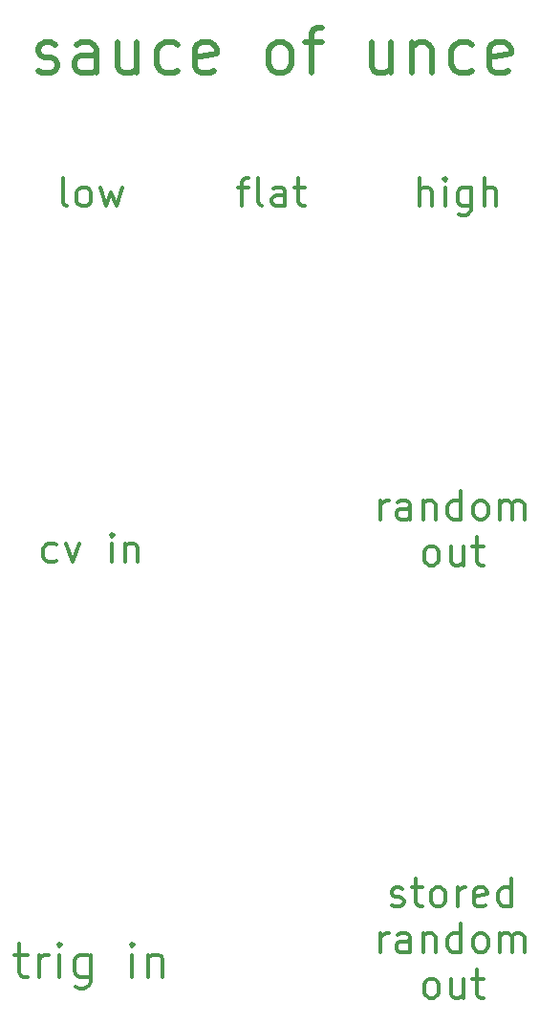
<source format=gbr>
G04 #@! TF.GenerationSoftware,KiCad,Pcbnew,(5.1.5-0)*
G04 #@! TF.CreationDate,2021-01-08T11:38:53-08:00*
G04 #@! TF.ProjectId,sauceofunce,73617563-656f-4667-956e-63652e6b6963,rev?*
G04 #@! TF.SameCoordinates,Original*
G04 #@! TF.FileFunction,Legend,Top*
G04 #@! TF.FilePolarity,Positive*
%FSLAX46Y46*%
G04 Gerber Fmt 4.6, Leading zero omitted, Abs format (unit mm)*
G04 Created by KiCad (PCBNEW (5.1.5-0)) date 2021-01-08 11:38:53*
%MOMM*%
%LPD*%
G04 APERTURE LIST*
%ADD10C,0.300000*%
%ADD11C,0.500000*%
G04 APERTURE END LIST*
D10*
X102464285Y10642857D02*
X103607142Y10642857D01*
X102892857Y11642857D02*
X102892857Y9071428D01*
X103035714Y8785714D01*
X103321428Y8642857D01*
X103607142Y8642857D01*
X104607142Y8642857D02*
X104607142Y10642857D01*
X104607142Y10071428D02*
X104750000Y10357142D01*
X104892857Y10500000D01*
X105178571Y10642857D01*
X105464285Y10642857D01*
X106464285Y8642857D02*
X106464285Y10642857D01*
X106464285Y11642857D02*
X106321428Y11500000D01*
X106464285Y11357142D01*
X106607142Y11500000D01*
X106464285Y11642857D01*
X106464285Y11357142D01*
X109178571Y10642857D02*
X109178571Y8214285D01*
X109035714Y7928571D01*
X108892857Y7785714D01*
X108607142Y7642857D01*
X108178571Y7642857D01*
X107892857Y7785714D01*
X109178571Y8785714D02*
X108892857Y8642857D01*
X108321428Y8642857D01*
X108035714Y8785714D01*
X107892857Y8928571D01*
X107750000Y9214285D01*
X107750000Y10071428D01*
X107892857Y10357142D01*
X108035714Y10500000D01*
X108321428Y10642857D01*
X108892857Y10642857D01*
X109178571Y10500000D01*
X112892857Y8642857D02*
X112892857Y10642857D01*
X112892857Y11642857D02*
X112750000Y11500000D01*
X112892857Y11357142D01*
X113035714Y11500000D01*
X112892857Y11642857D01*
X112892857Y11357142D01*
X114321428Y10642857D02*
X114321428Y8642857D01*
X114321428Y10357142D02*
X114464285Y10500000D01*
X114750000Y10642857D01*
X115178571Y10642857D01*
X115464285Y10500000D01*
X115607142Y10214285D01*
X115607142Y8642857D01*
X135892857Y15038095D02*
X136130952Y14919047D01*
X136607142Y14919047D01*
X136845238Y15038095D01*
X136964285Y15276190D01*
X136964285Y15395238D01*
X136845238Y15633333D01*
X136607142Y15752380D01*
X136250000Y15752380D01*
X136011904Y15871428D01*
X135892857Y16109523D01*
X135892857Y16228571D01*
X136011904Y16466666D01*
X136250000Y16585714D01*
X136607142Y16585714D01*
X136845238Y16466666D01*
X137678571Y16585714D02*
X138630952Y16585714D01*
X138035714Y17419047D02*
X138035714Y15276190D01*
X138154761Y15038095D01*
X138392857Y14919047D01*
X138630952Y14919047D01*
X139821428Y14919047D02*
X139583333Y15038095D01*
X139464285Y15157142D01*
X139345238Y15395238D01*
X139345238Y16109523D01*
X139464285Y16347619D01*
X139583333Y16466666D01*
X139821428Y16585714D01*
X140178571Y16585714D01*
X140416666Y16466666D01*
X140535714Y16347619D01*
X140654761Y16109523D01*
X140654761Y15395238D01*
X140535714Y15157142D01*
X140416666Y15038095D01*
X140178571Y14919047D01*
X139821428Y14919047D01*
X141726190Y14919047D02*
X141726190Y16585714D01*
X141726190Y16109523D02*
X141845238Y16347619D01*
X141964285Y16466666D01*
X142202380Y16585714D01*
X142440476Y16585714D01*
X144226190Y15038095D02*
X143988095Y14919047D01*
X143511904Y14919047D01*
X143273809Y15038095D01*
X143154761Y15276190D01*
X143154761Y16228571D01*
X143273809Y16466666D01*
X143511904Y16585714D01*
X143988095Y16585714D01*
X144226190Y16466666D01*
X144345238Y16228571D01*
X144345238Y15990476D01*
X143154761Y15752380D01*
X146488095Y14919047D02*
X146488095Y17419047D01*
X146488095Y15038095D02*
X146250000Y14919047D01*
X145773809Y14919047D01*
X145535714Y15038095D01*
X145416666Y15157142D01*
X145297619Y15395238D01*
X145297619Y16109523D01*
X145416666Y16347619D01*
X145535714Y16466666D01*
X145773809Y16585714D01*
X146250000Y16585714D01*
X146488095Y16466666D01*
X134880952Y10869047D02*
X134880952Y12535714D01*
X134880952Y12059523D02*
X135000000Y12297619D01*
X135119047Y12416666D01*
X135357142Y12535714D01*
X135595238Y12535714D01*
X137500000Y10869047D02*
X137500000Y12178571D01*
X137380952Y12416666D01*
X137142857Y12535714D01*
X136666666Y12535714D01*
X136428571Y12416666D01*
X137500000Y10988095D02*
X137261904Y10869047D01*
X136666666Y10869047D01*
X136428571Y10988095D01*
X136309523Y11226190D01*
X136309523Y11464285D01*
X136428571Y11702380D01*
X136666666Y11821428D01*
X137261904Y11821428D01*
X137500000Y11940476D01*
X138690476Y12535714D02*
X138690476Y10869047D01*
X138690476Y12297619D02*
X138809523Y12416666D01*
X139047619Y12535714D01*
X139404761Y12535714D01*
X139642857Y12416666D01*
X139761904Y12178571D01*
X139761904Y10869047D01*
X142023809Y10869047D02*
X142023809Y13369047D01*
X142023809Y10988095D02*
X141785714Y10869047D01*
X141309523Y10869047D01*
X141071428Y10988095D01*
X140952380Y11107142D01*
X140833333Y11345238D01*
X140833333Y12059523D01*
X140952380Y12297619D01*
X141071428Y12416666D01*
X141309523Y12535714D01*
X141785714Y12535714D01*
X142023809Y12416666D01*
X143571428Y10869047D02*
X143333333Y10988095D01*
X143214285Y11107142D01*
X143095238Y11345238D01*
X143095238Y12059523D01*
X143214285Y12297619D01*
X143333333Y12416666D01*
X143571428Y12535714D01*
X143928571Y12535714D01*
X144166666Y12416666D01*
X144285714Y12297619D01*
X144404761Y12059523D01*
X144404761Y11345238D01*
X144285714Y11107142D01*
X144166666Y10988095D01*
X143928571Y10869047D01*
X143571428Y10869047D01*
X145476190Y10869047D02*
X145476190Y12535714D01*
X145476190Y12297619D02*
X145595238Y12416666D01*
X145833333Y12535714D01*
X146190476Y12535714D01*
X146428571Y12416666D01*
X146547619Y12178571D01*
X146547619Y10869047D01*
X146547619Y12178571D02*
X146666666Y12416666D01*
X146904761Y12535714D01*
X147261904Y12535714D01*
X147500000Y12416666D01*
X147619047Y12178571D01*
X147619047Y10869047D01*
X139226190Y6819047D02*
X138988095Y6938095D01*
X138869047Y7057142D01*
X138750000Y7295238D01*
X138750000Y8009523D01*
X138869047Y8247619D01*
X138988095Y8366666D01*
X139226190Y8485714D01*
X139583333Y8485714D01*
X139821428Y8366666D01*
X139940476Y8247619D01*
X140059523Y8009523D01*
X140059523Y7295238D01*
X139940476Y7057142D01*
X139821428Y6938095D01*
X139583333Y6819047D01*
X139226190Y6819047D01*
X142202380Y8485714D02*
X142202380Y6819047D01*
X141130952Y8485714D02*
X141130952Y7176190D01*
X141250000Y6938095D01*
X141488095Y6819047D01*
X141845238Y6819047D01*
X142083333Y6938095D01*
X142202380Y7057142D01*
X143035714Y8485714D02*
X143988095Y8485714D01*
X143392857Y9319047D02*
X143392857Y7176190D01*
X143511904Y6938095D01*
X143750000Y6819047D01*
X143988095Y6819047D01*
X106214285Y45488095D02*
X105976190Y45369047D01*
X105500000Y45369047D01*
X105261904Y45488095D01*
X105142857Y45607142D01*
X105023809Y45845238D01*
X105023809Y46559523D01*
X105142857Y46797619D01*
X105261904Y46916666D01*
X105500000Y47035714D01*
X105976190Y47035714D01*
X106214285Y46916666D01*
X107047619Y47035714D02*
X107642857Y45369047D01*
X108238095Y47035714D01*
X111095238Y45369047D02*
X111095238Y47035714D01*
X111095238Y47869047D02*
X110976190Y47750000D01*
X111095238Y47630952D01*
X111214285Y47750000D01*
X111095238Y47869047D01*
X111095238Y47630952D01*
X112285714Y47035714D02*
X112285714Y45369047D01*
X112285714Y46797619D02*
X112404761Y46916666D01*
X112642857Y47035714D01*
X113000000Y47035714D01*
X113238095Y46916666D01*
X113357142Y46678571D01*
X113357142Y45369047D01*
X134880952Y49144047D02*
X134880952Y50810714D01*
X134880952Y50334523D02*
X135000000Y50572619D01*
X135119047Y50691666D01*
X135357142Y50810714D01*
X135595238Y50810714D01*
X137500000Y49144047D02*
X137500000Y50453571D01*
X137380952Y50691666D01*
X137142857Y50810714D01*
X136666666Y50810714D01*
X136428571Y50691666D01*
X137500000Y49263095D02*
X137261904Y49144047D01*
X136666666Y49144047D01*
X136428571Y49263095D01*
X136309523Y49501190D01*
X136309523Y49739285D01*
X136428571Y49977380D01*
X136666666Y50096428D01*
X137261904Y50096428D01*
X137500000Y50215476D01*
X138690476Y50810714D02*
X138690476Y49144047D01*
X138690476Y50572619D02*
X138809523Y50691666D01*
X139047619Y50810714D01*
X139404761Y50810714D01*
X139642857Y50691666D01*
X139761904Y50453571D01*
X139761904Y49144047D01*
X142023809Y49144047D02*
X142023809Y51644047D01*
X142023809Y49263095D02*
X141785714Y49144047D01*
X141309523Y49144047D01*
X141071428Y49263095D01*
X140952380Y49382142D01*
X140833333Y49620238D01*
X140833333Y50334523D01*
X140952380Y50572619D01*
X141071428Y50691666D01*
X141309523Y50810714D01*
X141785714Y50810714D01*
X142023809Y50691666D01*
X143571428Y49144047D02*
X143333333Y49263095D01*
X143214285Y49382142D01*
X143095238Y49620238D01*
X143095238Y50334523D01*
X143214285Y50572619D01*
X143333333Y50691666D01*
X143571428Y50810714D01*
X143928571Y50810714D01*
X144166666Y50691666D01*
X144285714Y50572619D01*
X144404761Y50334523D01*
X144404761Y49620238D01*
X144285714Y49382142D01*
X144166666Y49263095D01*
X143928571Y49144047D01*
X143571428Y49144047D01*
X145476190Y49144047D02*
X145476190Y50810714D01*
X145476190Y50572619D02*
X145595238Y50691666D01*
X145833333Y50810714D01*
X146190476Y50810714D01*
X146428571Y50691666D01*
X146547619Y50453571D01*
X146547619Y49144047D01*
X146547619Y50453571D02*
X146666666Y50691666D01*
X146904761Y50810714D01*
X147261904Y50810714D01*
X147500000Y50691666D01*
X147619047Y50453571D01*
X147619047Y49144047D01*
X139226190Y45094047D02*
X138988095Y45213095D01*
X138869047Y45332142D01*
X138750000Y45570238D01*
X138750000Y46284523D01*
X138869047Y46522619D01*
X138988095Y46641666D01*
X139226190Y46760714D01*
X139583333Y46760714D01*
X139821428Y46641666D01*
X139940476Y46522619D01*
X140059523Y46284523D01*
X140059523Y45570238D01*
X139940476Y45332142D01*
X139821428Y45213095D01*
X139583333Y45094047D01*
X139226190Y45094047D01*
X142202380Y46760714D02*
X142202380Y45094047D01*
X141130952Y46760714D02*
X141130952Y45451190D01*
X141250000Y45213095D01*
X141488095Y45094047D01*
X141845238Y45094047D01*
X142083333Y45213095D01*
X142202380Y45332142D01*
X143035714Y46760714D02*
X143988095Y46760714D01*
X143392857Y47594047D02*
X143392857Y45451190D01*
X143511904Y45213095D01*
X143750000Y45094047D01*
X143988095Y45094047D01*
X138357142Y76869047D02*
X138357142Y79369047D01*
X139428571Y76869047D02*
X139428571Y78178571D01*
X139309523Y78416666D01*
X139071428Y78535714D01*
X138714285Y78535714D01*
X138476190Y78416666D01*
X138357142Y78297619D01*
X140619047Y76869047D02*
X140619047Y78535714D01*
X140619047Y79369047D02*
X140500000Y79250000D01*
X140619047Y79130952D01*
X140738095Y79250000D01*
X140619047Y79369047D01*
X140619047Y79130952D01*
X142880952Y78535714D02*
X142880952Y76511904D01*
X142761904Y76273809D01*
X142642857Y76154761D01*
X142404761Y76035714D01*
X142047619Y76035714D01*
X141809523Y76154761D01*
X142880952Y76988095D02*
X142642857Y76869047D01*
X142166666Y76869047D01*
X141928571Y76988095D01*
X141809523Y77107142D01*
X141690476Y77345238D01*
X141690476Y78059523D01*
X141809523Y78297619D01*
X141928571Y78416666D01*
X142166666Y78535714D01*
X142642857Y78535714D01*
X142880952Y78416666D01*
X144071428Y76869047D02*
X144071428Y79369047D01*
X145142857Y76869047D02*
X145142857Y78178571D01*
X145023809Y78416666D01*
X144785714Y78535714D01*
X144428571Y78535714D01*
X144190476Y78416666D01*
X144071428Y78297619D01*
X122273809Y78535714D02*
X123226190Y78535714D01*
X122630952Y76869047D02*
X122630952Y79011904D01*
X122750000Y79250000D01*
X122988095Y79369047D01*
X123226190Y79369047D01*
X124416666Y76869047D02*
X124178571Y76988095D01*
X124059523Y77226190D01*
X124059523Y79369047D01*
X126440476Y76869047D02*
X126440476Y78178571D01*
X126321428Y78416666D01*
X126083333Y78535714D01*
X125607142Y78535714D01*
X125369047Y78416666D01*
X126440476Y76988095D02*
X126202380Y76869047D01*
X125607142Y76869047D01*
X125369047Y76988095D01*
X125250000Y77226190D01*
X125250000Y77464285D01*
X125369047Y77702380D01*
X125607142Y77821428D01*
X126202380Y77821428D01*
X126440476Y77940476D01*
X127273809Y78535714D02*
X128226190Y78535714D01*
X127630952Y79369047D02*
X127630952Y77226190D01*
X127750000Y76988095D01*
X127988095Y76869047D01*
X128226190Y76869047D01*
X107107142Y76869047D02*
X106869047Y76988095D01*
X106750000Y77226190D01*
X106750000Y79369047D01*
X108416666Y76869047D02*
X108178571Y76988095D01*
X108059523Y77107142D01*
X107940476Y77345238D01*
X107940476Y78059523D01*
X108059523Y78297619D01*
X108178571Y78416666D01*
X108416666Y78535714D01*
X108773809Y78535714D01*
X109011904Y78416666D01*
X109130952Y78297619D01*
X109250000Y78059523D01*
X109250000Y77345238D01*
X109130952Y77107142D01*
X109011904Y76988095D01*
X108773809Y76869047D01*
X108416666Y76869047D01*
X110083333Y78535714D02*
X110559523Y76869047D01*
X111035714Y78059523D01*
X111511904Y76869047D01*
X111988095Y78535714D01*
D11*
X104547619Y88880952D02*
X104928571Y88690476D01*
X105690476Y88690476D01*
X106071428Y88880952D01*
X106261904Y89261904D01*
X106261904Y89452380D01*
X106071428Y89833333D01*
X105690476Y90023809D01*
X105119047Y90023809D01*
X104738095Y90214285D01*
X104547619Y90595238D01*
X104547619Y90785714D01*
X104738095Y91166666D01*
X105119047Y91357142D01*
X105690476Y91357142D01*
X106071428Y91166666D01*
X109690476Y88690476D02*
X109690476Y90785714D01*
X109500000Y91166666D01*
X109119047Y91357142D01*
X108357142Y91357142D01*
X107976190Y91166666D01*
X109690476Y88880952D02*
X109309523Y88690476D01*
X108357142Y88690476D01*
X107976190Y88880952D01*
X107785714Y89261904D01*
X107785714Y89642857D01*
X107976190Y90023809D01*
X108357142Y90214285D01*
X109309523Y90214285D01*
X109690476Y90404761D01*
X113309523Y91357142D02*
X113309523Y88690476D01*
X111595238Y91357142D02*
X111595238Y89261904D01*
X111785714Y88880952D01*
X112166666Y88690476D01*
X112738095Y88690476D01*
X113119047Y88880952D01*
X113309523Y89071428D01*
X116928571Y88880952D02*
X116547619Y88690476D01*
X115785714Y88690476D01*
X115404761Y88880952D01*
X115214285Y89071428D01*
X115023809Y89452380D01*
X115023809Y90595238D01*
X115214285Y90976190D01*
X115404761Y91166666D01*
X115785714Y91357142D01*
X116547619Y91357142D01*
X116928571Y91166666D01*
X120166666Y88880952D02*
X119785714Y88690476D01*
X119023809Y88690476D01*
X118642857Y88880952D01*
X118452380Y89261904D01*
X118452380Y90785714D01*
X118642857Y91166666D01*
X119023809Y91357142D01*
X119785714Y91357142D01*
X120166666Y91166666D01*
X120357142Y90785714D01*
X120357142Y90404761D01*
X118452380Y90023809D01*
X125690476Y88690476D02*
X125309523Y88880952D01*
X125119047Y89071428D01*
X124928571Y89452380D01*
X124928571Y90595238D01*
X125119047Y90976190D01*
X125309523Y91166666D01*
X125690476Y91357142D01*
X126261904Y91357142D01*
X126642857Y91166666D01*
X126833333Y90976190D01*
X127023809Y90595238D01*
X127023809Y89452380D01*
X126833333Y89071428D01*
X126642857Y88880952D01*
X126261904Y88690476D01*
X125690476Y88690476D01*
X128166666Y91357142D02*
X129690476Y91357142D01*
X128738095Y88690476D02*
X128738095Y92119047D01*
X128928571Y92500000D01*
X129309523Y92690476D01*
X129690476Y92690476D01*
X135785714Y91357142D02*
X135785714Y88690476D01*
X134071428Y91357142D02*
X134071428Y89261904D01*
X134261904Y88880952D01*
X134642857Y88690476D01*
X135214285Y88690476D01*
X135595238Y88880952D01*
X135785714Y89071428D01*
X137690476Y91357142D02*
X137690476Y88690476D01*
X137690476Y90976190D02*
X137880952Y91166666D01*
X138261904Y91357142D01*
X138833333Y91357142D01*
X139214285Y91166666D01*
X139404761Y90785714D01*
X139404761Y88690476D01*
X143023809Y88880952D02*
X142642857Y88690476D01*
X141880952Y88690476D01*
X141500000Y88880952D01*
X141309523Y89071428D01*
X141119047Y89452380D01*
X141119047Y90595238D01*
X141309523Y90976190D01*
X141500000Y91166666D01*
X141880952Y91357142D01*
X142642857Y91357142D01*
X143023809Y91166666D01*
X146261904Y88880952D02*
X145880952Y88690476D01*
X145119047Y88690476D01*
X144738095Y88880952D01*
X144547619Y89261904D01*
X144547619Y90785714D01*
X144738095Y91166666D01*
X145119047Y91357142D01*
X145880952Y91357142D01*
X146261904Y91166666D01*
X146452380Y90785714D01*
X146452380Y90404761D01*
X144547619Y90023809D01*
M02*

</source>
